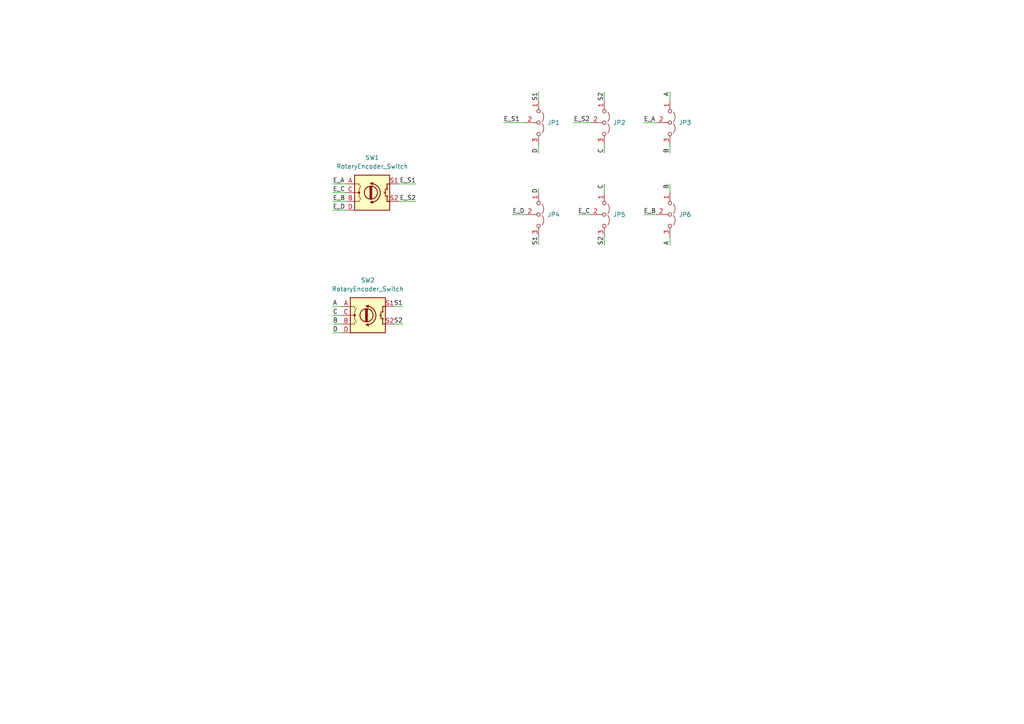
<source format=kicad_sch>
(kicad_sch (version 20211123) (generator eeschema)
  (paper "A4")
  (lib_symbols
    (symbol "DaughterBoardkicad_sym:RotaryEncoder_Switch4" (pin_names (offset 0.254) hide)
      (property "Reference" "SW" (at 0 8.89 0))
      (property "Value" "RotaryEncoder_Switch4" (at 0 6.35 0))
      (symbol "RotaryEncoder_Switch4_0_1"
        (rectangle (start -5.08 5.08) (end 5.08 -5.08) (stroke (width 0.254)) (fill (type background)))
        (circle (center -3.81 0) (radius 0.254) (fill (type outline)))
        (arc (start -0.381 -2.794) (mid 2.3622 -0.0508) (end -0.381 2.667) (stroke (width 0.254)))
        (circle (center -0.381 0) (radius 1.905) (stroke (width 0.254)))
        (polyline (pts (xy -0.635 -1.778) (xy -0.635 1.778)) (stroke (width 0.254)))
        (polyline (pts (xy -0.381 -1.778) (xy -0.381 1.778)) (stroke (width 0.254)))
        (polyline (pts (xy -0.127 1.778) (xy -0.127 -1.778)) (stroke (width 0.254)))
        (polyline (pts (xy 3.81 0) (xy 3.429 0)) (stroke (width 0.254)))
        (polyline (pts (xy 3.81 1.016) (xy 3.81 -1.016)) (stroke (width 0.254)))
        (polyline (pts (xy -5.08 -2.54) (xy -3.81 -2.54) (xy -3.81 -2.032)))
        (polyline (pts (xy -5.08 2.54) (xy -3.81 2.54) (xy -3.81 2.032)))
        (polyline (pts (xy 0.254 -3.048) (xy -0.508 -2.794) (xy 0.127 -2.413)) (stroke (width 0.254)))
        (polyline (pts (xy 0.254 2.921) (xy -0.508 2.667) (xy 0.127 2.286)) (stroke (width 0.254)))
        (polyline (pts (xy 5.08 -2.54) (xy 4.318 -2.54) (xy 4.318 -1.016)) (stroke (width 0.254)))
        (polyline (pts (xy 5.08 2.54) (xy 4.318 2.54) (xy 4.318 1.016)) (stroke (width 0.254)))
        (polyline (pts (xy -5.08 0) (xy -3.81 0) (xy -3.81 -1.016) (xy -3.302 -2.032)))
        (polyline (pts (xy -4.318 0) (xy -3.81 0) (xy -3.81 1.016) (xy -3.302 2.032)))
        (circle (center 4.318 -1.016) (radius 0.127) (stroke (width 0.254)))
        (circle (center 4.318 1.016) (radius 0.127) (stroke (width 0.254)))
      )
      (symbol "RotaryEncoder_Switch4_1_1"
        (pin passive line (at -7.62 2.54 0) (length 2.54) (name "A") (number "A"))
        (pin passive line (at -7.62 -2.54 0) (length 2.54) (name "B") (number "B"))
        (pin passive line (at -7.62 0 0) (length 2.54) (name "C") (number "C"))
        (pin passive line (at -7.62 -5.08 0) (length 2.54) (name "D") (number "D"))
        (pin passive line (at 7.62 2.54 180) (length 2.54) (name "S1") (number "S1"))
        (pin passive line (at 7.62 -2.54 180) (length 2.54) (name "S2") (number "S2"))
      )
    )
    (symbol "Jumper:Jumper_3_Open" (pin_names (offset 0) hide)
      (property "Reference" "JP" (at -2.54 -2.54 0))
      (property "Value" "Jumper_3_Open" (at 0 2.794 0))
      (symbol "Jumper_3_Open_0_0"
        (circle (center -3.302 0) (radius 0.508))
        (circle (center 0 0) (radius 0.508))
        (circle (center 3.302 0) (radius 0.508))
      )
      (symbol "Jumper_3_Open_0_1"
        (arc (start -0.254 1.016) (mid -1.651 1.4992) (end -3.048 1.016))
        (polyline (pts (xy 0 -0.508) (xy 0 -1.27)))
        (arc (start 3.048 1.016) (mid 1.651 1.4992) (end 0.254 1.016))
      )
      (symbol "Jumper_3_Open_1_1"
        (pin passive line (at -6.35 0 0) (length 2.54) (name "A") (number "1"))
        (pin passive line (at 0 -3.81 90) (length 2.54) (name "C") (number "2"))
        (pin passive line (at 6.35 0 180) (length 2.54) (name "B") (number "3"))
      )
    )
  )
  (wire (pts (xy 96.52 96.52) (xy 99.06 96.52)))
  (wire (pts (xy 96.52 55.88) (xy 100.33 55.88)))
  (wire (pts (xy 156.21 26.67) (xy 156.21 29.21)))
  (wire (pts (xy 96.52 91.44) (xy 99.06 91.44)))
  (wire (pts (xy 186.69 62.23) (xy 190.5 62.23)))
  (wire (pts (xy 115.57 53.34) (xy 120.65 53.34)))
  (wire (pts (xy 156.21 54.61) (xy 156.21 55.88)))
  (wire (pts (xy 186.69 35.56) (xy 190.5 35.56)))
  (wire (pts (xy 96.52 88.9) (xy 99.06 88.9)))
  (wire (pts (xy 175.26 26.67) (xy 175.26 29.21)))
  (wire (pts (xy 194.31 53.34) (xy 194.31 55.88)))
  (wire (pts (xy 194.31 68.58) (xy 194.31 71.12)))
  (wire (pts (xy 96.52 53.34) (xy 100.33 53.34)))
  (wire (pts (xy 156.21 68.58) (xy 156.21 71.12)))
  (wire (pts (xy 96.52 93.98) (xy 99.06 93.98)))
  (wire (pts (xy 96.52 60.96) (xy 100.33 60.96)))
  (wire (pts (xy 114.3 93.98) (xy 116.84 93.98)))
  (wire (pts (xy 175.26 68.58) (xy 175.26 71.12)))
  (wire (pts (xy 194.31 41.91) (xy 194.31 44.45)))
  (wire (pts (xy 167.64 62.23) (xy 171.45 62.23)))
  (wire (pts (xy 96.52 58.42) (xy 100.33 58.42)))
  (wire (pts (xy 194.31 26.67) (xy 194.31 29.21)))
  (wire (pts (xy 115.57 58.42) (xy 120.65 58.42)))
  (wire (pts (xy 148.59 62.23) (xy 152.4 62.23)))
  (wire (pts (xy 175.26 53.34) (xy 175.26 55.88)))
  (wire (pts (xy 114.3 88.9) (xy 116.84 88.9)))
  (wire (pts (xy 156.21 41.91) (xy 156.21 44.45)))
  (wire (pts (xy 166.37 35.56) (xy 171.45 35.56)))
  (wire (pts (xy 175.26 41.91) (xy 175.26 44.45)))
  (wire (pts (xy 146.05 35.56) (xy 152.4 35.56)))
  (label "E_C" (at 96.52 55.88 0))
  (label "D" (at 96.52 96.52 0))
  (label "D" (at 156.21 44.45 90))
  (label "A" (at 96.52 88.9 0))
  (label "S1" (at 116.84 88.9 180))
  (label "E_C" (at 167.64 62.23 0))
  (label "C" (at 175.26 44.45 90))
  (label "E_S2" (at 166.37 35.56 0))
  (label "E_S2" (at 120.65 58.42 180))
  (label "E_D" (at 96.52 60.96 0))
  (label "B" (at 96.52 93.98 0))
  (label "E_B" (at 96.52 58.42 0))
  (label "A" (at 194.31 71.12 90))
  (label "S1" (at 156.21 71.12 90))
  (label "E_S1" (at 120.65 53.34 180))
  (label "S2" (at 116.84 93.98 180))
  (label "E_D" (at 148.59 62.23 0))
  (label "C" (at 175.26 53.34 270))
  (label "S2" (at 175.26 71.12 90))
  (label "B" (at 194.31 53.34 270))
  (label "D" (at 156.21 54.61 270))
  (label "S2" (at 175.26 26.67 270))
  (label "E_B" (at 186.69 62.23 0))
  (label "E_S1" (at 146.05 35.56 0))
  (label "C" (at 96.52 91.44 0))
  (label "S1" (at 156.21 26.67 270))
  (label "B" (at 194.31 44.45 90))
  (label "E_A" (at 186.69 35.56 0))
  (label "E_A" (at 96.52 53.34 0))
  (label "A" (at 194.31 26.67 270))
  (symbol (lib_id "DaughterBoardkicad_sym:RotaryEncoder_Switch4") (at 106.68 91.44 0) (unit 1)
    (property "Reference" "SW2" (at 106.68 81.28 0))
    (property "Value" "RotaryEncoder_Switch" (at 106.68 83.82 0))
    (property "Footprint" "DaughterBoard:EVQWGD001_DaughterBoard_only" (effects hide))
  )
  (symbol (lib_id "DaughterBoardkicad_sym:RotaryEncoder_Switch4") (at 107.95 55.88 0) (unit 1)
    (property "Reference" "SW1" (at 107.95 45.72 0))
    (property "Value" "RotaryEncoder_Switch" (at 107.95 48.26 0))
    (property "Footprint" "DaughterBoard:EVQWGD001" (effects hide))
  )
  (symbol (lib_id "Jumper:Jumper_3_Open") (at 156.21 62.23 270) (unit 1)
    (property "Reference" "JP4" (at 158.75 62.2299 90) (effects (justify left)))
    (property "Value" "Jumper_3_Open" (effects hide))
    (property "Footprint" "Jumper:SolderJumper-3_P1.3mm_Open_Pad1.0x1.5mm" (effects hide))
  )
  (symbol (lib_id "Jumper:Jumper_3_Open") (at 156.21 35.56 270) (unit 1)
    (property "Reference" "JP1" (at 158.75 35.5599 90) (effects (justify left)))
    (property "Value" "Jumper_3_Open" (effects hide))
    (property "Footprint" "Jumper:SolderJumper-3_P1.3mm_Open_Pad1.0x1.5mm" (effects hide))
  )
  (symbol (lib_id "Jumper:Jumper_3_Open") (at 175.26 62.23 270) (unit 1)
    (property "Reference" "JP5" (at 177.8 62.2299 90) (effects (justify left)))
    (property "Value" "Jumper_3_Open" (effects hide))
    (property "Footprint" "Jumper:SolderJumper-3_P1.3mm_Open_Pad1.0x1.5mm" (effects hide))
  )
  (symbol (lib_id "Jumper:Jumper_3_Open") (at 194.31 62.23 270) (unit 1)
    (property "Reference" "JP6" (at 196.85 62.2299 90) (effects (justify left)))
    (property "Value" "Jumper_3_Open" (effects hide))
    (property "Footprint" "Jumper:SolderJumper-3_P1.3mm_Open_Pad1.0x1.5mm" (effects hide))
  )
  (symbol (lib_id "Jumper:Jumper_3_Open") (at 175.26 35.56 270) (unit 1)
    (property "Reference" "JP2" (at 177.8 35.5599 90) (effects (justify left)))
    (property "Value" "Jumper_3_Open" (effects hide))
    (property "Footprint" "Jumper:SolderJumper-3_P1.3mm_Open_Pad1.0x1.5mm" (effects hide))
  )
  (symbol (lib_id "Jumper:Jumper_3_Open") (at 194.31 35.56 270) (unit 1)
    (property "Reference" "JP3" (at 196.85 35.5599 90) (effects (justify left)))
    (property "Value" "Jumper_3_Open" (effects hide))
    (property "Footprint" "Jumper:SolderJumper-3_P1.3mm_Open_Pad1.0x1.5mm" (effects hide))
  )
)
</source>
